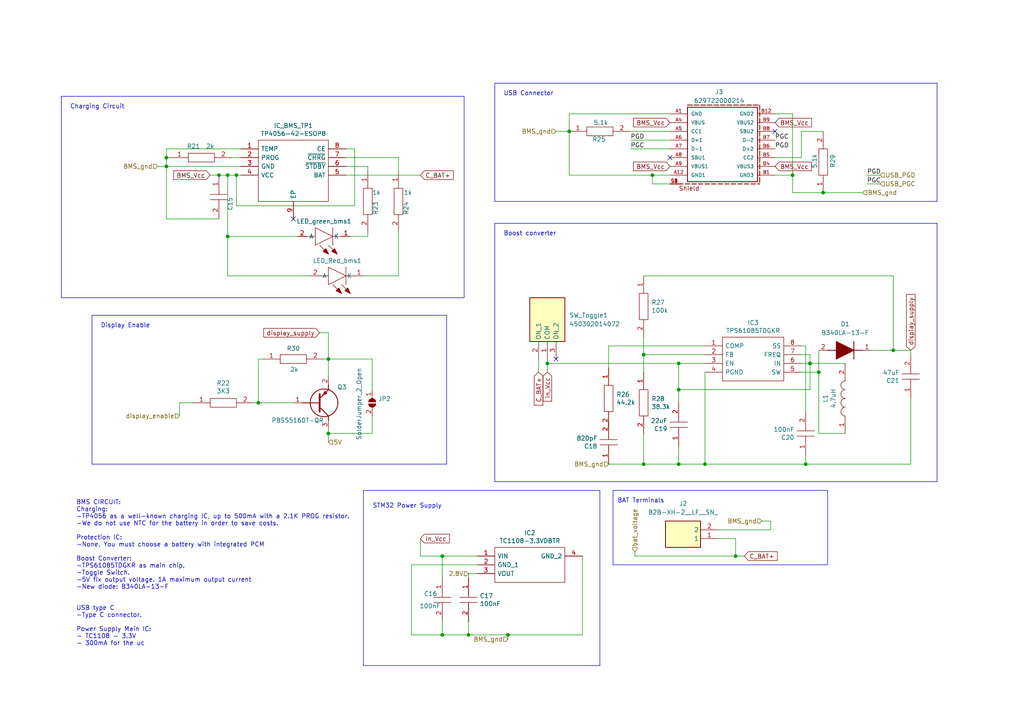
<source format=kicad_sch>
(kicad_sch (version 20231120) (generator "eeschema") (generator_version "8.0")
  (paper "A4")
  (title_block (title "BMS") (date "2024-09-17") (rev "V0.1") (company "Making Devices") (comment 1 "Rubén G.S."))
  (lib_symbols
    (symbol "Jumper:SolderJumper_2_Open" (pin_names (offset 0) hide)
      (property "Reference" "JP" (at 0 2.032 0))
      (property "Value" "SolderJumper_2_Open" (at 0 -2.54 0))
      (symbol "SolderJumper_2_Open_0_1"
        (arc (start -0.254 1.016) (mid -1.2656 0) (end -0.254 -1.016))
        (arc (start -0.254 1.016) (mid -1.2656 0) (end -0.254 -1.016) (fill (type outline)))
        (polyline (pts (xy -0.254 1.016) (xy -0.254 -1.016)))
        (polyline (pts (xy 0.254 1.016) (xy 0.254 -1.016)))
        (arc (start 0.254 -1.016) (mid 1.2656 0) (end 0.254 1.016))
        (arc (start 0.254 -1.016) (mid 1.2656 0) (end 0.254 1.016) (fill (type outline)))
      )
      (symbol "SolderJumper_2_Open_1_1"
        (pin passive line (at -3.81 0 0) (length 2.54) (name "A") (number "1"))
        (pin passive line (at 3.81 0 180) (length 2.54) (name "B") (number "2"))
      )
    )
    (symbol "Library_Loader:C0805C475M8RACTU" (pin_names (offset 0.762))
      (property "Reference" "C" (at 8.89 6.35 0))
      (property "Value" "C0805C475M8RACTU" (at 8.89 3.81 0))
      (symbol "C0805C475M8RACTU_0_0"
        (pin passive line (at 0 0 0) (length 5.08) (name "~") (number "1"))
        (pin passive line (at 12.7 0 180) (length 5.08) (name "~") (number "2"))
      )
      (symbol "C0805C475M8RACTU_0_1"
        (polyline (pts (xy 5.08 0) (xy 5.588 0)) (stroke (width 0.1524)))
        (polyline (pts (xy 5.588 2.54) (xy 5.588 -2.54)) (stroke (width 0.1524)))
        (polyline (pts (xy 7.112 0) (xy 7.62 0)) (stroke (width 0.1524)))
        (polyline (pts (xy 7.112 2.54) (xy 7.112 -2.54)) (stroke (width 0.1524)))
      )
    )
    (symbol "Library_Loader:ERJP6WF1303V" (pin_names (offset 0.762))
      (property "Reference" "R" (at 13.97 6.35 0))
      (property "Value" "ERJP6WF1303V" (at 13.97 3.81 0))
      (symbol "ERJP6WF1303V_0_0"
        (pin passive line (at 0 0 0) (length 5.08) (name "~") (number "1"))
        (pin passive line (at 17.78 0 180) (length 5.08) (name "~") (number "2"))
      )
      (symbol "ERJP6WF1303V_0_1"
        (polyline (pts (xy 5.08 1.27) (xy 12.7 1.27) (xy 12.7 -1.27) (xy 5.08 -1.27) (xy 5.08 1.27)) (stroke (width 0.1524)))
      )
    )
    (symbol "Library_Loader:SRN6045-4R7Y" (pin_names (offset 0.762))
      (property "Reference" "L" (at 16.51 6.35 0))
      (property "Value" "SRN6045-4R7Y" (at 16.51 3.81 0))
      (symbol "SRN6045-4R7Y_0_0"
        (pin passive line (at 0 0 0) (length 5.08) (name "~") (number "1"))
        (pin passive line (at 20.32 0 180) (length 5.08) (name "~") (number "2"))
      )
      (symbol "SRN6045-4R7Y_0_1"
        (arc (start 7.62 0) (mid 6.35 1.2202) (end 5.08 0) (stroke (width 0.1524)))
        (arc (start 10.16 0) (mid 8.89 1.2202) (end 7.62 0) (stroke (width 0.1524)))
        (arc (start 12.7 0) (mid 11.43 1.2202) (end 10.16 0) (stroke (width 0.1524)))
        (arc (start 15.24 0) (mid 13.97 1.2202) (end 12.7 0) (stroke (width 0.1524)))
      )
    )
    (symbol "Library_Loader:TC1108-3.3VDBTR" (pin_names (offset 0.762))
      (property "Reference" "IC" (at 26.67 7.62 0))
      (property "Value" "Library_Loader_TC1108-3.3VDBTR" (at 26.67 5.08 0))
      (symbol "TC1108-3.3VDBTR_0_0"
        (pin passive line (at 0 0 0) (length 5.08) (name "VIN") (number "1"))
        (pin passive line (at 0 -2.54 0) (length 5.08) (name "GND_1") (number "2"))
        (pin passive line (at 0 -5.08 0) (length 5.08) (name "VOUT") (number "3"))
        (pin passive line (at 30.48 0 180) (length 5.08) (name "GND_2") (number "4"))
      )
      (symbol "TC1108-3.3VDBTR_0_1"
        (polyline (pts (xy 5.08 2.54) (xy 25.4 2.54) (xy 25.4 -7.62) (xy 5.08 -7.62) (xy 5.08 2.54)) (stroke (width 0.1524)))
      )
    )
    (symbol "Library_Loader:TPS61085TDGKR" (pin_names (offset 0.762))
      (property "Reference" "IC" (at 24.13 7.62 0))
      (property "Value" "TPS61085TDGKR" (at 24.13 5.08 0))
      (symbol "TPS61085TDGKR_0_0"
        (pin passive line (at 0 0 0) (length 5.08) (name "COMP") (number "1"))
        (pin passive line (at 0 -2.54 0) (length 5.08) (name "FB") (number "2"))
        (pin passive line (at 0 -5.08 0) (length 5.08) (name "EN") (number "3"))
        (pin passive line (at 0 -7.62 0) (length 5.08) (name "PGND") (number "4"))
        (pin passive line (at 27.94 -7.62 180) (length 5.08) (name "SW") (number "5"))
        (pin passive line (at 27.94 -5.08 180) (length 5.08) (name "IN") (number "6"))
        (pin passive line (at 27.94 -2.54 180) (length 5.08) (name "FREQ") (number "7"))
        (pin passive line (at 27.94 0 180) (length 5.08) (name "SS") (number "8"))
      )
      (symbol "TPS61085TDGKR_0_1"
        (polyline (pts (xy 5.08 2.54) (xy 22.86 2.54) (xy 22.86 -10.16) (xy 5.08 -10.16) (xy 5.08 2.54)) (stroke (width 0.1524)))
      )
    )
    (symbol "PicBytesMicro-rescue:GCG21BR71H154KA01K-SamacSys_Parts" (pin_names (offset 0.762))
      (property "Reference" "C" (at 8.89 6.35 0))
      (property "Value" "GCG21BR71H154KA01K-SamacSys_Parts" (at 8.89 3.81 0))
      (symbol "GCG21BR71H154KA01K-SamacSys_Parts_0_0"
        (pin passive line (at 0 0 0) (length 5.08) (name "~") (number "1"))
        (pin passive line (at 12.7 0 180) (length 5.08) (name "~") (number "2"))
      )
      (symbol "GCG21BR71H154KA01K-SamacSys_Parts_0_1"
        (polyline (pts (xy 5.08 0) (xy 5.588 0)) (stroke (width 0.1524)))
        (polyline (pts (xy 5.588 2.54) (xy 5.588 -2.54)) (stroke (width 0.1524)))
        (polyline (pts (xy 7.112 0) (xy 7.62 0)) (stroke (width 0.1524)))
        (polyline (pts (xy 7.112 2.54) (xy 7.112 -2.54)) (stroke (width 0.1524)))
      )
    )
    (symbol "PicBytesMicro-rescue:KTR10EZPF4220-SamacSys_Parts" (pin_names (offset 0.762))
      (property "Reference" "R" (at 13.97 6.35 0))
      (property "Value" "KTR10EZPF4220-SamacSys_Parts" (at 13.97 3.81 0))
      (symbol "KTR10EZPF4220-SamacSys_Parts_0_0"
        (pin passive line (at 0 0 0) (length 5.08) (name "~") (number "1"))
        (pin passive line (at 17.78 0 180) (length 5.08) (name "~") (number "2"))
      )
      (symbol "KTR10EZPF4220-SamacSys_Parts_0_1"
        (polyline (pts (xy 5.08 1.27) (xy 12.7 1.27) (xy 12.7 -1.27) (xy 5.08 -1.27) (xy 5.08 1.27)) (stroke (width 0.1524)))
      )
    )
    (symbol "PicBytesMicro-rescue:LTST-C171GKT-SamacSys_Parts" (pin_names (offset 0.762))
      (property "Reference" "LED" (at 12.7 8.89 0))
      (property "Value" "LTST-C171GKT-SamacSys_Parts" (at 12.7 6.35 0))
      (symbol "LTST-C171GKT-SamacSys_Parts_0_0"
        (pin passive line (at 0 0 0) (length 2.54) (name "K") (number "1"))
        (pin passive line (at 15.24 0 180) (length 2.54) (name "A") (number "2"))
      )
      (symbol "LTST-C171GKT-SamacSys_Parts_0_1"
        (polyline (pts (xy 2.54 0) (xy 5.08 0)) (stroke (width 0.1524)))
        (polyline (pts (xy 5.08 2.54) (xy 5.08 -2.54)) (stroke (width 0.1524)))
        (polyline (pts (xy 6.35 2.54) (xy 3.81 5.08)) (stroke (width 0.1524)))
        (polyline (pts (xy 8.89 2.54) (xy 6.35 5.08)) (stroke (width 0.1524)))
        (polyline (pts (xy 10.16 0) (xy 12.7 0)) (stroke (width 0.1524)))
        (polyline (pts (xy 5.08 0) (xy 10.16 2.54) (xy 10.16 -2.54) (xy 5.08 0)) (stroke (width 0.1524)))
        (polyline (pts (xy 5.334 4.318) (xy 4.572 3.556) (xy 3.81 5.08) (xy 5.334 4.318)) (stroke (width 0.254)) (fill (type outline)))
        (polyline (pts (xy 7.874 4.318) (xy 7.112 3.556) (xy 6.35 5.08) (xy 7.874 4.318)) (stroke (width 0.254)) (fill (type outline)))
      )
    )
    (symbol "PicBytesMicro-rescue:TP4056-42-ESOP8-SamacSys_Parts" (pin_names (offset 0.762))
      (property "Reference" "IC" (at 26.67 7.62 0))
      (property "Value" "TP4056-42-ESOP8-SamacSys_Parts" (at 26.67 5.08 0))
      (symbol "TP4056-42-ESOP8-SamacSys_Parts_0_0"
        (pin passive line (at 0 0 0) (length 5.08) (name "TEMP") (number "1"))
        (pin passive line (at 0 -2.54 0) (length 5.08) (name "PROG") (number "2"))
        (pin passive line (at 0 -5.08 0) (length 5.08) (name "GND") (number "3"))
        (pin passive line (at 0 -7.62 0) (length 5.08) (name "VCC") (number "4"))
        (pin passive line (at 30.48 -7.62 180) (length 5.08) (name "BAT") (number "5"))
        (pin passive line (at 30.48 -5.08 180) (length 5.08) (name "~{STDBY}") (number "6"))
        (pin passive line (at 30.48 -2.54 180) (length 5.08) (name "~{CHRG}") (number "7"))
        (pin passive line (at 30.48 0 180) (length 5.08) (name "CE") (number "8"))
        (pin passive line (at 15.24 -20.32 90) (length 5.08) (name "EP") (number "9"))
      )
      (symbol "TP4056-42-ESOP8-SamacSys_Parts_0_1"
        (polyline (pts (xy 5.08 2.54) (xy 25.4 2.54) (xy 25.4 -15.24) (xy 5.08 -15.24) (xy 5.08 2.54)) (stroke (width 0.1524)))
      )
    )
    (symbol "User:450302014072"
      (property "Reference" "S" (at 19.05 7.62 0))
      (property "Value" "450302014072" (at 19.05 5.08 0))
      (symbol "450302014072_1_1"
        (rectangle (start 5.08 2.54) (end 17.78 -7.62) (stroke (width 0.254)) (fill (type background)))
        (pin passive line (at 0 -2.54 0) (length 5.08) (name "COM") (number "1"))
        (pin passive line (at 0 0 0) (length 5.08) (name "ON_1") (number "2"))
        (pin passive line (at 0 -5.08 0) (length 5.08) (name "ON_2") (number "3"))
      )
    )
    (symbol "User:B2B-XH-2__LF__SN_"
      (property "Reference" "J" (at 16.51 7.62 0))
      (property "Value" "B2B-XH-2__LF__SN_" (at 16.51 5.08 0))
      (symbol "B2B-XH-2__LF__SN__1_1"
        (rectangle (start 5.08 2.54) (end 15.24 -5.08) (stroke (width 0.254)) (fill (type background)))
        (pin passive line (at 0 0 0) (length 5.08) (name "1") (number "1"))
        (pin passive line (at 0 -2.54 0) (length 5.08) (name "2") (number "2"))
      )
    )
    (symbol "User:B340LA-13-F" (pin_names hide)
      (property "Reference" "D" (at 11.43 5.08 0))
      (property "Value" "B340LA-13-F" (at 11.43 2.54 0))
      (symbol "B340LA-13-F_1_1"
        (polyline (pts (xy 2.54 0) (xy 5.08 0)) (stroke (width 0.254)))
        (polyline (pts (xy 5.08 2.54) (xy 5.08 -2.54)) (stroke (width 0.254)))
        (polyline (pts (xy 10.16 0) (xy 12.7 0)) (stroke (width 0.254)))
        (polyline (pts (xy 5.08 0) (xy 10.16 2.54) (xy 10.16 -2.54) (xy 5.08 0)) (stroke (width 0.254)) (fill (type outline)))
        (pin passive line (at 0 0 0) (length 2.54) (name "K") (number "1"))
        (pin passive line (at 15.24 0 180) (length 2.54) (name "A") (number "2"))
      )
    )
    (symbol "User:PBSS5160T-QR" (pin_names hide)
      (property "Reference" "Q" (at 13.97 1.27 0))
      (property "Value" "PBSS5160T-QR" (at 13.97 -1.27 0))
      (symbol "PBSS5160T-QR_1_1"
        (polyline (pts (xy 2.54 0) (xy 7.62 0)) (stroke (width 0.254)))
        (polyline (pts (xy 7.62 -1.27) (xy 10.16 -3.81)) (stroke (width 0.254)))
        (polyline (pts (xy 7.62 1.27) (xy 10.16 3.81)) (stroke (width 0.254)))
        (polyline (pts (xy 7.62 2.54) (xy 7.62 -2.54)) (stroke (width 0.508)))
        (polyline (pts (xy 10.16 -3.81) (xy 10.16 -5.08)) (stroke (width 0.254)))
        (polyline (pts (xy 10.16 3.81) (xy 10.16 5.08)) (stroke (width 0.254)))
        (polyline (pts (xy 9.652 -2.794) (xy 9.144 -3.302) (xy 8.636 -2.286) (xy 9.652 -2.794)) (stroke (width 0.254)) (fill (type outline)))
        (circle (center 8.89 0) (radius 4.016) (stroke (width 0.254)))
        (pin passive line (at 0 0 0) (length 2.54) (name "B") (number "1"))
        (pin passive line (at 10.16 -7.62 90) (length 2.54) (name "E") (number "2"))
        (pin passive line (at 10.16 7.62 270) (length 2.54) (name "C") (number "3"))
      )
    )
    (symbol "usb-type-C:629722000214" (pin_names (offset 1.016))
      (property "Reference" "J" (at 0 11.43 0))
      (symbol "629722000214_0_0"
        (polyline (pts (xy -12.7 -12.7) (xy -11.3771 -12.7)) (stroke (width 0.254)))
        (polyline (pts (xy -10.795 -12.7) (xy -9.4721 -12.7)) (stroke (width 0.254)))
        (polyline (pts (xy -10.16 -12.065) (xy -10.16 9.525)) (stroke (width 0.254)))
        (polyline (pts (xy -10.16 9.525) (xy 10.16 9.525)) (stroke (width 0.254)))
        (polyline (pts (xy -10.16 10.16) (xy -8.6995 10.16)) (stroke (width 0.254)))
        (polyline (pts (xy -8.89 -12.7) (xy -7.5671 -12.7)) (stroke (width 0.254)))
        (polyline (pts (xy -8.255 10.16) (xy -6.7945 10.16)) (stroke (width 0.254)))
        (polyline (pts (xy -6.985 -12.7) (xy -5.6621 -12.7)) (stroke (width 0.254)))
        (polyline (pts (xy -6.35 10.16) (xy -4.8895 10.16)) (stroke (width 0.254)))
        (polyline (pts (xy -5.08 -12.7) (xy -3.7571 -12.7)) (stroke (width 0.254)))
        (polyline (pts (xy -4.445 10.16) (xy -2.9845 10.16)) (stroke (width 0.254)))
        (polyline (pts (xy -3.175 -12.7) (xy -1.8521 -12.7)) (stroke (width 0.254)))
        (polyline (pts (xy -2.54 10.16) (xy -1.0795 10.16)) (stroke (width 0.254)))
        (polyline (pts (xy -1.27 -12.7) (xy 0.0529 -12.7)) (stroke (width 0.254)))
        (polyline (pts (xy -0.635 10.16) (xy 0.8255 10.16)) (stroke (width 0.254)))
        (polyline (pts (xy 0.635 -12.7) (xy 1.9579 -12.7)) (stroke (width 0.254)))
        (polyline (pts (xy 1.27 10.16) (xy 2.7305 10.16)) (stroke (width 0.254)))
        (polyline (pts (xy 2.54 -12.7) (xy 3.8629 -12.7)) (stroke (width 0.254)))
        (polyline (pts (xy 3.175 10.16) (xy 4.6355 10.16)) (stroke (width 0.254)))
        (polyline (pts (xy 4.445 -12.7) (xy 5.7679 -12.7)) (stroke (width 0.254)))
        (polyline (pts (xy 5.08 10.16) (xy 6.5405 10.16)) (stroke (width 0.254)))
        (polyline (pts (xy 6.35 -12.7) (xy 7.6729 -12.7)) (stroke (width 0.254)))
        (polyline (pts (xy 6.985 10.16) (xy 8.4455 10.16)) (stroke (width 0.254)))
        (polyline (pts (xy 8.255 -12.7) (xy 9.5779 -12.7)) (stroke (width 0.254)))
        (polyline (pts (xy 8.89 10.16) (xy 10.3505 10.16)) (stroke (width 0.254)))
        (polyline (pts (xy 10.16 -12.7) (xy 10.795 -12.7)) (stroke (width 0.254)))
        (polyline (pts (xy 10.16 -12.065) (xy -10.16 -12.065)) (stroke (width 0.254)))
        (polyline (pts (xy 10.16 9.525) (xy 10.16 -12.065)) (stroke (width 0.254)))
        (polyline (pts (xy 10.795 -10.795) (xy 10.795 -12.2382)) (stroke (width 0.254)))
        (polyline (pts (xy 10.795 -8.89) (xy 10.795 -10.3332)) (stroke (width 0.254)))
        (polyline (pts (xy 10.795 -6.985) (xy 10.795 -8.4282)) (stroke (width 0.254)))
        (polyline (pts (xy 10.795 -5.08) (xy 10.795 -6.5232)) (stroke (width 0.254)))
        (polyline (pts (xy 10.795 -3.175) (xy 10.795 -4.6182)) (stroke (width 0.254)))
        (polyline (pts (xy 10.795 -1.27) (xy 10.795 -2.7132)) (stroke (width 0.254)))
        (polyline (pts (xy 10.795 0.635) (xy 10.795 -0.8082)) (stroke (width 0.254)))
        (polyline (pts (xy 10.795 2.54) (xy 10.795 1.0968)) (stroke (width 0.254)))
        (polyline (pts (xy 10.795 4.445) (xy 10.795 3.0018)) (stroke (width 0.254)))
        (polyline (pts (xy 10.795 6.35) (xy 10.795 4.9068)) (stroke (width 0.254)))
        (polyline (pts (xy 10.795 8.255) (xy 10.795 6.8118)) (stroke (width 0.254)))
        (polyline (pts (xy 10.795 10.16) (xy 10.795 8.7168)) (stroke (width 0.254)))
        (text "Shield" (at -12.7 -14.732 0) (effects (font (size 1.27 1.27)) (justify left bottom)))
        (pin passive line (at -15.24 7.62 0) (length 5.08) (name "GND") (number "A1"))
        (pin passive line (at -15.24 -10.16 0) (length 5.08) (name "GND1") (number "A12"))
        (pin passive line (at -15.24 5.08 0) (length 5.08) (name "VBUS") (number "A4"))
        (pin passive line (at -15.24 2.54 0) (length 5.08) (name "CC1") (number "A5"))
        (pin passive line (at -15.24 0 0) (length 5.08) (name "D+1") (number "A6"))
        (pin passive line (at -15.24 -2.54 0) (length 5.08) (name "D-1") (number "A7"))
        (pin passive line (at -15.24 -5.08 0) (length 5.08) (name "SBU1") (number "A8"))
        (pin passive line (at -15.24 -7.62 0) (length 5.08) (name "VBUS1") (number "A9"))
        (pin passive line (at 15.24 -10.16 180) (length 5.08) (name "GND3") (number "B1"))
        (pin passive line (at 15.24 7.62 180) (length 5.08) (name "GND2") (number "B12"))
        (pin passive line (at 15.24 -7.62 180) (length 5.08) (name "VBUS3") (number "B4"))
        (pin passive line (at 15.24 -5.08 180) (length 5.08) (name "CC2") (number "B5"))
        (pin passive line (at 15.24 -2.54 180) (length 5.08) (name "D+2") (number "B6"))
        (pin passive line (at 15.24 0 180) (length 5.08) (name "D-2") (number "B7"))
        (pin passive line (at 15.24 2.54 180) (length 5.08) (name "SBU2") (number "B8"))
        (pin passive line (at 15.24 5.08 180) (length 5.08) (name "VBUS2") (number "B9"))
        (pin passive line (at -15.24 -12.7 0) (length 2.54) (name "~") (number "S1"))
        (pin passive line (at -15.24 -12.7 0) (length 2.54) (name "~") (number "S2"))
        (pin passive line (at -15.24 -12.7 0) (length 2.54) (name "~") (number "S3"))
        (pin passive line (at -15.24 -12.7 0) (length 2.54) (name "~") (number "S4"))
      )
    )
  )
  (junction (at 165.1 38.1))
  (junction (at 66.04 50.8))
  (junction (at 196.85 134.62))
  (junction (at 233.68 134.62))
  (junction (at 204.47 134.62))
  (junction (at 186.69 102.87))
  (junction (at 196.85 113.03))
  (junction (at 158.75 105.41))
  (junction (at 48.26 45.72))
  (junction (at 135.89 184.15))
  (junction (at 147.32 184.15))
  (junction (at 238.76 55.88))
  (junction (at 234.95 105.41))
  (junction (at 95.25 125.73))
  (junction (at 186.69 134.62))
  (junction (at 237.49 107.95))
  (junction (at 196.85 105.41))
  (junction (at 95.25 104.14))
  (junction (at 213.36 161.29))
  (junction (at 128.27 184.15))
  (junction (at 48.26 48.26))
  (junction (at 63.5 50.8))
  (junction (at 229.87 50.8))
  (junction (at 128.27 161.29))
  (junction (at 68.58 50.8))
  (junction (at 66.04 68.58))
  (junction (at 259.08 101.6))
  (junction (at 74.93 116.84))
  (junction (at 189.23 50.8))
  (no_connect (at 161.29 104.14))
  (no_connect (at 194.31 45.72))
  (no_connect (at 224.79 38.1))
  (no_connect (at 85.09 63.5))
  (wire (pts (xy 196.85 113.03) (xy 196.85 105.41)))
  (wire (pts (xy 196.85 116.84) (xy 196.85 113.03)))
  (wire (pts (xy 189.23 50.8) (xy 194.31 50.8)))
  (wire (pts (xy 196.85 129.54) (xy 196.85 134.62)))
  (wire (pts (xy 186.69 80.01) (xy 259.08 80.01)))
  (wire (pts (xy 259.08 101.6) (xy 252.73 101.6)))
  (wire (pts (xy 194.31 53.34) (xy 189.23 53.34)))
  (wire (pts (xy 52.07 116.84) (xy 55.88 116.84)))
  (polyline (pts (xy 143.51 64.77) (xy 143.51 139.7)))
  (wire (pts (xy 86.36 68.58) (xy 66.04 68.58)))
  (wire (pts (xy 48.26 48.26) (xy 45.72 48.26)))
  (wire (pts (xy 186.69 134.62) (xy 196.85 134.62)))
  (wire (pts (xy 229.87 55.88) (xy 229.87 50.8)))
  (wire (pts (xy 196.85 113.03) (xy 234.95 113.03)))
  (wire (pts (xy 76.2 104.14) (xy 74.93 104.14)))
  (wire (pts (xy 233.68 134.62) (xy 264.16 134.62)))
  (wire (pts (xy 189.23 50.8) (xy 165.1 50.8)))
  (wire (pts (xy 232.41 38.1) (xy 238.76 38.1)))
  (wire (pts (xy 224.79 45.72) (xy 232.41 45.72)))
  (wire (pts (xy 176.53 134.62) (xy 186.69 134.62)))
  (polyline (pts (xy 177.8 163.83) (xy 240.03 163.83)))
  (polyline (pts (xy 271.78 139.7) (xy 271.78 64.77)))
  (wire (pts (xy 135.89 184.15) (xy 135.89 180.34)))
  (wire (pts (xy 115.57 80.01) (xy 105.41 80.01)))
  (wire (pts (xy 107.95 113.03) (xy 107.95 104.14)))
  (wire (pts (xy 158.75 105.41) (xy 196.85 105.41)))
  (wire (pts (xy 234.95 105.41) (xy 234.95 113.03)))
  (wire (pts (xy 69.85 43.18) (xy 48.26 43.18)))
  (wire (pts (xy 229.87 55.88) (xy 238.76 55.88)))
  (polyline (pts (xy 173.99 142.24) (xy 173.99 193.04)))
  (wire (pts (xy 158.75 105.41) (xy 158.75 104.14)))
  (wire (pts (xy 95.25 96.52) (xy 92.71 96.52)))
  (wire (pts (xy 135.89 184.15) (xy 147.32 184.15)))
  (wire (pts (xy 95.25 125.73) (xy 95.25 128.27)))
  (wire (pts (xy 100.33 45.72) (xy 115.57 45.72)))
  (polyline (pts (xy 17.78 86.36) (xy 134.62 86.36)))
  (wire (pts (xy 165.1 50.8) (xy 165.1 38.1)))
  (polyline (pts (xy 143.51 139.7) (xy 271.78 139.7)))
  (polyline (pts (xy 271.78 24.13) (xy 271.78 58.42)))
  (wire (pts (xy 233.68 100.33) (xy 232.41 100.33)))
  (wire (pts (xy 233.68 119.38) (xy 233.68 100.33)))
  (wire (pts (xy 115.57 45.72) (xy 115.57 49.53)))
  (wire (pts (xy 121.92 156.21) (xy 121.92 161.29)))
  (polyline (pts (xy 129.54 134.62) (xy 26.67 134.62)))
  (wire (pts (xy 85.09 116.84) (xy 74.93 116.84)))
  (wire (pts (xy 168.91 184.15) (xy 168.91 161.29)))
  (wire (pts (xy 128.27 161.29) (xy 121.92 161.29)))
  (wire (pts (xy 186.69 107.95) (xy 186.69 102.87)))
  (wire (pts (xy 138.43 163.83) (xy 119.38 163.83)))
  (wire (pts (xy 69.85 48.26) (xy 48.26 48.26)))
  (wire (pts (xy 196.85 134.62) (xy 204.47 134.62)))
  (wire (pts (xy 107.95 125.73) (xy 95.25 125.73)))
  (polyline (pts (xy 240.03 142.24) (xy 177.8 142.24)))
  (wire (pts (xy 251.46 53.34) (xy 255.27 53.34)))
  (wire (pts (xy 204.47 134.62) (xy 233.68 134.62)))
  (wire (pts (xy 204.47 102.87) (xy 186.69 102.87)))
  (wire (pts (xy 115.57 67.31) (xy 115.57 80.01)))
  (wire (pts (xy 213.36 161.29) (xy 215.9 161.29)))
  (wire (pts (xy 101.6 68.58) (xy 106.68 68.58)))
  (wire (pts (xy 138.43 166.37) (xy 135.89 166.37)))
  (wire (pts (xy 223.52 153.67) (xy 223.52 151.13)))
  (wire (pts (xy 119.38 163.83) (xy 119.38 184.15)))
  (wire (pts (xy 165.1 33.02) (xy 165.1 38.1)))
  (polyline (pts (xy 271.78 58.42) (xy 143.51 58.42)))
  (wire (pts (xy 119.38 184.15) (xy 128.27 184.15)))
  (wire (pts (xy 128.27 184.15) (xy 135.89 184.15)))
  (wire (pts (xy 176.53 100.33) (xy 176.53 106.68)))
  (wire (pts (xy 128.27 161.29) (xy 128.27 167.64)))
  (wire (pts (xy 182.88 43.18) (xy 194.31 43.18)))
  (wire (pts (xy 106.68 49.53) (xy 106.68 48.26)))
  (wire (pts (xy 251.46 50.8) (xy 255.27 50.8)))
  (wire (pts (xy 95.25 104.14) (xy 95.25 109.22)))
  (wire (pts (xy 63.5 50.8) (xy 60.96 50.8)))
  (wire (pts (xy 106.68 48.26) (xy 100.33 48.26)))
  (wire (pts (xy 176.53 121.92) (xy 176.53 124.46)))
  (wire (pts (xy 66.04 68.58) (xy 66.04 80.01)))
  (wire (pts (xy 165.1 33.02) (xy 194.31 33.02)))
  (polyline (pts (xy 17.78 27.94) (xy 17.78 86.36)))
  (wire (pts (xy 184.15 161.29) (xy 184.15 160.02)))
  (wire (pts (xy 147.32 185.42) (xy 147.32 184.15)))
  (wire (pts (xy 204.47 107.95) (xy 204.47 134.62)))
  (wire (pts (xy 95.25 124.46) (xy 95.25 125.73)))
  (wire (pts (xy 52.07 116.84) (xy 52.07 120.65)))
  (wire (pts (xy 204.47 100.33) (xy 176.53 100.33)))
  (wire (pts (xy 259.08 80.01) (xy 259.08 101.6)))
  (wire (pts (xy 69.85 50.8) (xy 68.58 50.8)))
  (wire (pts (xy 138.43 161.29) (xy 128.27 161.29)))
  (wire (pts (xy 128.27 180.34) (xy 128.27 184.15)))
  (wire (pts (xy 49.53 45.72) (xy 48.26 45.72)))
  (wire (pts (xy 68.58 59.69) (xy 68.58 50.8)))
  (polyline (pts (xy 129.54 91.44) (xy 129.54 134.62)))
  (wire (pts (xy 186.69 97.79) (xy 186.69 102.87)))
  (polyline (pts (xy 26.67 91.44) (xy 129.54 91.44)))
  (wire (pts (xy 48.26 63.5) (xy 48.26 48.26)))
  (wire (pts (xy 135.89 166.37) (xy 135.89 167.64)))
  (polyline (pts (xy 134.62 27.94) (xy 134.62 86.36)))
  (wire (pts (xy 264.16 102.87) (xy 264.16 101.6)))
  (wire (pts (xy 234.95 105.41) (xy 232.41 105.41)))
  (wire (pts (xy 161.29 38.1) (xy 165.1 38.1)))
  (wire (pts (xy 63.5 63.5) (xy 48.26 63.5)))
  (polyline (pts (xy 240.03 163.83) (xy 240.03 142.24)))
  (wire (pts (xy 182.88 38.1) (xy 194.31 38.1)))
  (wire (pts (xy 237.49 107.95) (xy 237.49 101.6)))
  (wire (pts (xy 234.95 102.87) (xy 234.95 105.41)))
  (wire (pts (xy 102.87 59.69) (xy 68.58 59.69)))
  (wire (pts (xy 232.41 107.95) (xy 237.49 107.95)))
  (polyline (pts (xy 105.41 193.04) (xy 173.99 193.04)))
  (wire (pts (xy 196.85 105.41) (xy 204.47 105.41)))
  (wire (pts (xy 213.36 156.21) (xy 213.36 161.29)))
  (wire (pts (xy 66.04 50.8) (xy 63.5 50.8)))
  (polyline (pts (xy 271.78 64.77) (xy 143.51 64.77)))
  (polyline (pts (xy 143.51 24.13) (xy 271.78 24.13)))
  (polyline (pts (xy 173.99 142.24) (xy 105.41 142.24)))
  (wire (pts (xy 74.93 104.14) (xy 74.93 116.84)))
  (wire (pts (xy 107.95 120.65) (xy 107.95 125.73)))
  (wire (pts (xy 264.16 115.57) (xy 264.16 134.62)))
  (wire (pts (xy 208.28 156.21) (xy 213.36 156.21)))
  (wire (pts (xy 95.25 96.52) (xy 95.25 104.14)))
  (wire (pts (xy 237.49 107.95) (xy 237.49 125.73)))
  (wire (pts (xy 220.98 151.13) (xy 223.52 151.13)))
  (wire (pts (xy 66.04 68.58) (xy 66.04 50.8)))
  (polyline (pts (xy 134.62 27.94) (xy 17.78 27.94)))
  (wire (pts (xy 233.68 132.08) (xy 233.68 134.62)))
  (wire (pts (xy 107.95 104.14) (xy 95.25 104.14)))
  (wire (pts (xy 102.87 43.18) (xy 102.87 59.69)))
  (wire (pts (xy 182.88 40.64) (xy 194.31 40.64)))
  (wire (pts (xy 68.58 50.8) (xy 66.04 50.8)))
  (wire (pts (xy 229.87 33.02) (xy 229.87 50.8)))
  (polyline (pts (xy 143.51 58.42) (xy 143.51 24.13)))
  (wire (pts (xy 238.76 55.88) (xy 250.19 55.88)))
  (wire (pts (xy 48.26 43.18) (xy 48.26 45.72)))
  (wire (pts (xy 232.41 102.87) (xy 234.95 102.87)))
  (polyline (pts (xy 26.67 134.62) (xy 26.67 91.44)))
  (wire (pts (xy 67.31 45.72) (xy 69.85 45.72)))
  (wire (pts (xy 158.75 105.41) (xy 158.75 107.95)))
  (wire (pts (xy 264.16 101.6) (xy 259.08 101.6)))
  (wire (pts (xy 224.79 33.02) (xy 229.87 33.02)))
  (wire (pts (xy 232.41 45.72) (xy 232.41 38.1)))
  (wire (pts (xy 237.49 125.73) (xy 245.11 125.73)))
  (wire (pts (xy 95.25 104.14) (xy 93.98 104.14)))
  (polyline (pts (xy 177.8 142.24) (xy 177.8 163.83)))
  (wire (pts (xy 245.11 105.41) (xy 234.95 105.41)))
  (wire (pts (xy 100.33 43.18) (xy 102.87 43.18)))
  (wire (pts (xy 186.69 125.73) (xy 186.69 134.62)))
  (wire (pts (xy 74.93 116.84) (xy 73.66 116.84)))
  (wire (pts (xy 229.87 50.8) (xy 224.79 50.8)))
  (wire (pts (xy 156.21 104.14) (xy 156.21 107.95)))
  (wire (pts (xy 48.26 45.72) (xy 48.26 48.26)))
  (wire (pts (xy 106.68 68.58) (xy 106.68 67.31)))
  (polyline (pts (xy 105.41 142.24) (xy 105.41 193.04)))
  (wire (pts (xy 184.15 161.29) (xy 213.36 161.29)))
  (wire (pts (xy 189.23 53.34) (xy 189.23 50.8)))
  (wire (pts (xy 90.17 80.01) (xy 66.04 80.01)))
  (wire (pts (xy 147.32 184.15) (xy 168.91 184.15)))
  (wire (pts (xy 208.28 153.67) (xy 223.52 153.67)))
  (wire (pts (xy 100.33 50.8) (xy 121.92 50.8)))
  (text "Boost converter" (at 146.05 68.58 0) (effects (font (size 1.27 1.27)) (justify left bottom)))
  (text "BMS CIRCUIT:\nCharging:\n-TP4056 as a well-known charging IC, up to 500mA with a 2.1K PROG resistor.\n-We do not use NTC for the battery in order to save costs.\n\nProtection IC:\n-None. You must choose a battery with integrated PCM\n\nBoost Converter:\n-TPS61085TDGKR as main chip. \n-Toggle Switch.\n-5V fix output voltage. 1A maximum output current \n-New diode: B340LA-13-F\n\n\nUSB type C \n-Type C connector.\n\nPower Supply Main IC:\n- TC1108 - 3.3V\n- 300mA for the uc\n" (at 22.098 187.452 0) (effects (font (size 1.27 1.27)) (justify left bottom)))
  (text "Display Enable" (at 29.21 95.25 0) (effects (font (size 1.27 1.27)) (justify left bottom)))
  (text "USB Connector\n" (at 146.05 27.94 0) (effects (font (size 1.27 1.27)) (justify left bottom)))
  (text "STM32 Power Supply" (at 118.11 146.812 0) (effects (font (size 1.27 1.27))))
  (text "BAT Terminals" (at 179.07 146.05 0) (effects (font (size 1.27 1.27)) (justify left bottom)))
  (text "Charging Circuit" (at 20.32 31.75 0) (effects (font (size 1.27 1.27)) (justify left bottom)))
  (label "PGD" (at 251.46 50.8 0))
  (label "PGD" (at 224.79 43.18 0))
  (label "PGC" (at 251.46 53.34 0))
  (label "PGD" (at 182.88 40.64 0))
  (label "PGC" (at 182.88 43.18 0))
  (label "PGC" (at 224.79 40.64 0))
  (global_label "BMS_Vcc" (shape input) (at 194.31 35.56 180) (property "Intersheetrefs" "${INTERSHEET_REFS}" (effects (hide yes))))
  (global_label "In_Vcc" (shape input) (at 158.75 107.95 270) (property "Intersheetrefs" "${INTERSHEET_REFS}" (effects (hide yes))))
  (global_label "In_Vcc" (shape input) (at 121.92 156.21 0) (property "Intersheetrefs" "${INTERSHEET_REFS}" (effects (hide yes))))
  (global_label "BMS_Vcc" (shape input) (at 224.79 35.56 0) (property "Intersheetrefs" "${INTERSHEET_REFS}" (effects (hide yes))))
  (global_label "BMS_Vcc" (shape input) (at 224.79 48.26 0) (property "Intersheetrefs" "${INTERSHEET_REFS}" (effects (hide yes))))
  (global_label "C_BAT+" (shape input) (at 215.9 161.29 0) (property "Intersheetrefs" "${INTERSHEET_REFS}" (effects (hide yes))))
  (global_label "display_supply" (shape input) (at 264.16 101.6 90) (property "Intersheetrefs" "${INTERSHEET_REFS}" (effects (hide yes))))
  (global_label "C_BAT+" (shape input) (at 121.92 50.8 0) (property "Intersheetrefs" "${INTERSHEET_REFS}" (effects (hide yes))))
  (global_label "display_supply" (shape input) (at 92.71 96.52 180) (property "Intersheetrefs" "${INTERSHEET_REFS}" (effects (hide yes))))
  (global_label "BMS_Vcc" (shape input) (at 194.31 48.26 180) (property "Intersheetrefs" "${INTERSHEET_REFS}" (effects (hide yes))))
  (global_label "BMS_Vcc" (shape input) (at 60.96 50.8 180) (property "Intersheetrefs" "${INTERSHEET_REFS}" (effects (hide yes))))
  (global_label "C_BAT+" (shape input) (at 156.21 107.95 270) (property "Intersheetrefs" "${INTERSHEET_REFS}" (effects (hide yes))))
  (hierarchical_label "BMS_gnd" (shape input) (at 220.98 151.13 180))
  (hierarchical_label "BMS_gnd" (shape input) (at 147.32 185.42 180))
  (hierarchical_label "5V" (shape input) (at 95.25 128.27 0))
  (hierarchical_label "USB_PGC" (shape input) (at 255.27 53.34 0))
  (hierarchical_label "USB_PGD" (shape input) (at 255.27 50.8 0))
  (hierarchical_label "display_enable" (shape input) (at 52.07 120.65 180))
  (hierarchical_label "BMS_gnd" (shape input) (at 161.29 38.1 180))
  (hierarchical_label "bat_voltage" (shape input) (at 184.15 160.02 90))
  (hierarchical_label "2.8V" (shape input) (at 135.89 166.37 180))
  (hierarchical_label "BMS_gnd" (shape input) (at 250.19 55.88 0))
  (hierarchical_label "BMS_gnd" (shape input) (at 45.72 48.26 180))
  (hierarchical_label "BMS_gnd" (shape input) (at 176.53 134.62 180))
  (symbol (lib_id "PicBytesMicro-rescue:TP4056-42-ESOP8-SamacSys_Parts") (at 69.85 43.18 0) (unit 1)
    (property "Reference" "IC_BMS_TP1" (at 85.09 36.449 0))
    (property "Value" "TP4056-42-ESOP8" (at 85.09 38.7604 0))
    (property "Footprint" "SOIC127P600X175-9N" (effects (hide yes)))
    (property "Datasheet" "https://datasheet.lcsc.com/szlcsc/1906261508_Nanjing-Extension-Microelectronics-TP4056-42-ESOP8_C16581.pdf" (effects (hide yes)))
    (property "Description" "PMIC - Battery Management ESOP-8 RoHS" (effects (hide yes)))
    (property "Height" "1.75" (effects (hide yes)))
    (property "Manufacturer_Name" "Nanjing Extension Microelectronics" (effects (hide yes)))
    (property "Manufacturer_Part_Number" "TP4056-42-ESOP8" (effects (hide yes)))
  )
  (symbol (lib_id "PicBytesMicro-rescue:KTR10EZPF4220-SamacSys_Parts") (at 49.53 45.72 0) (unit 1)
    (property "Reference" "R21" (at 56.134 42.418 0))
    (property "Value" "2k" (at 60.96 42.418 0))
    (property "Footprint" "RESC2012X65N" (effects (hide yes)))
    (property "Datasheet" "http://rohmfs.rohm.com/en/products/databook/datasheet/passive/resistor/chip_resistor/ktr.pdf" (effects (hide yes)))
    (property "Description" "ROHM 0805 Resistor Chip" (effects (hide yes)))
    (property "Height" "0.65" (effects (hide yes)))
    (property "Manufacturer_Name" "ROHM Semiconductor" (effects (hide yes)))
    (property "Manufacturer_Part_Number" "KTR10EZPF4220" (effects (hide yes)))
  )
  (symbol (lib_id "PicBytesMicro-rescue:GCG21BR71H154KA01K-SamacSys_Parts") (at 63.5 50.8 270) (unit 1)
    (property "Reference" "C15" (at 66.7512 57.15 0) (effects (justify left)))
    (property "Value" "10uF" (effects (hide yes)))
    (property "Footprint" "Capacitor_SMD:C_0805_2012Metric" (effects (hide yes)))
    (property "Datasheet" "https://psearch.en.murata.com/capacitor/product/GCG21BR71H154KA01%23.html" (effects (hide yes)))
    (property "Description" "Capacitor L=2.0mm W=1.25mm T=1.25mm" (effects (hide yes)))
    (property "Height" "1.45" (effects (hide yes)))
    (property "Manufacturer_Name" "Murata Electronics" (effects (hide yes)))
    (property "Manufacturer_Part_Number" "GCG21BR71H154KA01K" (effects (hide yes)))
  )
  (symbol (lib_id "PicBytesMicro-rescue:KTR10EZPF4220-SamacSys_Parts") (at 165.1 38.1 0) (unit 1)
    (property "Reference" "R25" (at 173.736 40.386 0))
    (property "Value" "5.1k" (at 174.244 35.56 0))
    (property "Footprint" "RESC2012X65N" (effects (hide yes)))
    (property "Datasheet" "http://rohmfs.rohm.com/en/products/databook/datasheet/passive/resistor/chip_resistor/ktr.pdf" (effects (hide yes)))
    (property "Description" "ROHM 0805 Resistor Chip" (effects (hide yes)))
    (property "Height" "0.65" (effects (hide yes)))
    (property "Manufacturer_Name" "ROHM Semiconductor" (effects (hide yes)))
    (property "Manufacturer_Part_Number" "KTR10EZPF4220" (effects (hide yes)))
  )
  (symbol (lib_id "PicBytesMicro-rescue:KTR10EZPF4220-SamacSys_Parts") (at 106.68 49.53 270) (unit 1)
    (property "Reference" "R23" (at 108.9152 58.42 0) (effects (justify left)))
    (property "Value" "1k" (at 107.95 55.88 90) (effects (justify left)))
    (property "Footprint" "Resistor_SMD:R_0805_2012Metric" (effects (hide yes)))
    (property "Datasheet" "http://rohmfs.rohm.com/en/products/databook/datasheet/passive/resistor/chip_resistor/ktr.pdf" (effects (hide yes)))
    (property "Description" "ROHM 0805 Resistor Chip" (effects (hide yes)))
    (property "Height" "0.65" (effects (hide yes)))
    (property "Manufacturer_Name" "ROHM Semiconductor" (effects (hide yes)))
    (property "Manufacturer_Part_Number" "KTR10EZPF4220" (effects (hide yes)))
  )
  (symbol (lib_id "PicBytesMicro-rescue:KTR10EZPF4220-SamacSys_Parts") (at 115.57 49.53 270) (unit 1)
    (property "Reference" "R24" (at 117.8052 58.42 0) (effects (justify left)))
    (property "Value" "1k" (at 117.094 55.88 90) (effects (justify left)))
    (property "Footprint" "Resistor_SMD:R_0805_2012Metric" (effects (hide yes)))
    (property "Datasheet" "http://rohmfs.rohm.com/en/products/databook/datasheet/passive/resistor/chip_resistor/ktr.pdf" (effects (hide yes)))
    (property "Description" "ROHM 0805 Resistor Chip" (effects (hide yes)))
    (property "Height" "0.65" (effects (hide yes)))
    (property "Manufacturer_Name" "ROHM Semiconductor" (effects (hide yes)))
    (property "Manufacturer_Part_Number" "KTR10EZPF4220" (effects (hide yes)))
  )
  (symbol (lib_id "PicBytesMicro-rescue:LTST-C171GKT-SamacSys_Parts") (at 101.6 68.58 180) (unit 1)
    (property "Reference" "LED_green_bms1" (at 93.98 64.1858 0))
    (property "Value" "LTST-C171GKT" (effects (hide yes)))
    (property "Footprint" "LEDC2012X90N" (effects (hide yes)))
    (property "Datasheet" "http://uk.rs-online.com/web/p/products/6920935P" (effects (hide yes)))
    (property "Description" "Lite-On LTST-C171GKT, CHIPLED 0805 569 nm Green LED, 2012 (0805) SMD package" (effects (hide yes)))
    (property "Height" "0.9" (effects (hide yes)))
    (property "RS Part Number" "6920935P" (effects (hide yes)))
    (property "RS Price/Stock" "http://uk.rs-online.com/web/p/products/6920935P" (effects (hide yes)))
    (property "Manufacturer_Name" "Lite-On" (effects (hide yes)))
    (property "Manufacturer_Part_Number" "LTST-C171GKT" (effects (hide yes)))
  )
  (symbol (lib_id "PicBytesMicro-rescue:LTST-C171GKT-SamacSys_Parts") (at 105.41 80.01 180) (unit 1)
    (property "Reference" "LED_Red_bms1" (at 97.79 75.6158 0))
    (property "Value" "LTST-C171GKT" (effects (hide yes)))
    (property "Footprint" "LEDC2012X90N" (effects (hide yes)))
    (property "Datasheet" "http://uk.rs-online.com/web/p/products/6920935P" (effects (hide yes)))
    (property "Description" "Lite-On LTST-C171GKT, CHIPLED 0805 569 nm Green LED, 2012 (0805) SMD package" (effects (hide yes)))
    (property "Height" "0.9" (effects (hide yes)))
    (property "RS Part Number" "6920935P" (effects (hide yes)))
    (property "RS Price/Stock" "http://uk.rs-online.com/web/p/products/6920935P" (effects (hide yes)))
    (property "Manufacturer_Name" "Lite-On" (effects (hide yes)))
    (property "Manufacturer_Part_Number" "LTST-C171GKT" (effects (hide yes)))
  )
  (symbol (lib_id "usb-type-C:629722000214") (at 209.55 40.64 0) (unit 1)
    (property "Reference" "J3" (at 208.5975 26.67 0))
    (property "Value" "629722000214" (at 208.5975 29.21 0))
    (property "Footprint" "usb-c:629722000214" (effects (hide yes)))
    (property "INTERFACE-TYPE" "Type C" (effects (hide yes)))
    (property "MF" "Würth Elektronik" (effects (hide yes)))
    (property "Description_1" "\n                        \n                            USB CONN, 2.0 TYPE C, R/A RCPT, 16P, SMT;\n                        \n" (effects (hide yes)))
    (property "Package" "None" (effects (hide yes)))
    (property "MOUNT" "SMT" (effects (hide yes)))
    (property "IR" "5A" (effects (hide yes)))
    (property "Check_prices" "https://www.snapeda.com/parts/629722000214/Wurth+Elektronik/view-part/?ref=eda" (effects (hide yes)))
    (property "VALUE" "629722000214" (effects (hide yes)))
    (property "Price" "None" (effects (hide yes)))
    (property "PACKAGING" "Tape and Reel" (effects (hide yes)))
    (property "APPLICATION" "USB 2.0" (effects (hide yes)))
    (property "PART-NUMBER" "629722000214" (effects (hide yes)))
    (property "SnapEDA_Link" "https://www.snapeda.com/parts/629722000214/Wurth+Elektronik/view-part/?ref=snap" (effects (hide yes)))
    (property "DATASHEET-URL" "https://www.we-online.com/redexpert/spec/629722000214?ae" (effects (hide yes)))
    (property "MP" "629722000214" (effects (hide yes)))
    (property "WORKING-VOLTAGE" "20V(AC)" (effects (hide yes)))
    (property "PINS" "16" (effects (hide yes)))
    (property "TYPE" "Horizontal" (effects (hide yes)))
    (property "GERDER" "Receptacle" (effects (hide yes)))
    (property "Availability" "Not in stock" (effects (hide yes)))
  )
  (symbol (lib_id "Library_Loader:ERJP6WF1303V") (at 176.53 106.68 270) (unit 1)
    (property "Reference" "R26" (at 178.7652 114.4016 90) (effects (justify left)))
    (property "Value" "44.2k" (at 178.7652 116.713 90) (effects (justify left)))
    (property "Footprint" "RESC2012X75N" (effects (hide yes)))
    (property "Datasheet" "http://uk.rs-online.com/web/p/products/7708607P" (effects (hide yes)))
    (property "Description" "Panasonic ERJP6W Series Thick Film Surface Mount Fixed Resistor 0805 Case 130k +/-1% 0.5W +/-200ppm/C" (effects (hide yes)))
    (property "Height" "0.75" (effects (hide yes)))
    (property "RS Part Number" "7708607P" (effects (hide yes)))
    (property "RS Price/Stock" "http://uk.rs-online.com/web/p/products/7708607P" (effects (hide yes)))
    (property "Manufacturer_Name" "Panasonic" (effects (hide yes)))
    (property "Manufacturer_Part_Number" "ERJP6WF1303V" (effects (hide yes)))
    (instances (project "PicBytesMicro" (path "" (reference "R26") (unit 1))) (project "SolarCharger" (path "" (reference "R?") (unit 1))))
  )
  (symbol (lib_id "Library_Loader:ERJP6WF1303V") (at 186.69 107.95 270) (unit 1)
    (property "Reference" "R28" (at 188.9252 115.6716 90) (effects (justify left)))
    (property "Value" "38.3k" (at 188.9252 117.983 90) (effects (justify left)))
    (property "Footprint" "RESC2012X75N" (effects (hide yes)))
    (property "Datasheet" "http://uk.rs-online.com/web/p/products/7708607P" (effects (hide yes)))
    (property "Description" "Panasonic ERJP6W Series Thick Film Surface Mount Fixed Resistor 0805 Case 130k +/-1% 0.5W +/-200ppm/C" (effects (hide yes)))
    (property "Height" "0.75" (effects (hide yes)))
    (property "RS Part Number" "7708607P" (effects (hide yes)))
    (property "RS Price/Stock" "http://uk.rs-online.com/web/p/products/7708607P" (effects (hide yes)))
    (property "Manufacturer_Name" "Panasonic" (effects (hide yes)))
    (property "Manufacturer_Part_Number" "ERJP6WF1303V" (effects (hide yes)))
    (instances (project "PicBytesMicro" (path "" (reference "R28") (unit 1))) (project "SolarCharger" (path "" (reference "R?") (unit 1))))
  )
  (symbol (lib_id "Library_Loader:C0805C475M8RACTU") (at 233.68 132.08 90) (unit 1)
    (property "Reference" "C20" (at 230.4288 126.8984 90) (effects (justify left)))
    (property "Value" "100nF" (at 230.4288 124.587 90) (effects (justify left)))
    (property "Footprint" "CAPC2012X140N" (effects (hide yes)))
    (property "Datasheet" "https://datasheet.datasheetarchive.com/originals/distributors/Datasheets-DGA8/2444426.pdf" (effects (hide yes)))
    (property "Description" "Cap Ceramic 4.7uF 10V X7R 20% Pad SMD 0805 125C T/R" (effects (hide yes)))
    (property "Height" "1.4" (effects (hide yes)))
    (property "Manufacturer_Name" "Kemet" (effects (hide yes)))
    (property "Manufacturer_Part_Number" "C0805C475M8RACTU" (effects (hide yes)))
    (instances (project "PicBytesMicro" (path "" (reference "C20") (unit 1))) (project "SolarCharger" (path "" (reference "C?") (unit 1))))
  )
  (symbol (lib_id "Library_Loader:TC1108-3.3VDBTR") (at 138.43 161.29 0) (unit 1)
    (property "Reference" "IC2" (at 153.67 154.559 0))
    (property "Value" "TC1108-3.3VDBTR" (at 153.67 156.8704 0))
    (property "Footprint" "SOT230P700X180-4N" (effects (hide yes)))
    (property "Datasheet" "http://uk.rs-online.com/web/p/products/8234309P" (effects (hide yes)))
    (property "Description" "Microchip TC1108-3.3VDBTR, LDO Voltage Regulator, 300mA, 3.3 V +/-0.5%, 2.7  6 Vin, 3-Pin SOT-223" (effects (hide yes)))
    (property "Height" "1.8" (effects (hide yes)))
    (property "RS Part Number" "8234309P" (effects (hide yes)))
    (property "RS Price/Stock" "http://uk.rs-online.com/web/p/products/8234309P" (effects (hide yes)))
    (property "Manufacturer_Name" "Microchip" (effects (hide yes)))
    (property "Manufacturer_Part_Number" "TC1108-3.3VDBTR" (effects (hide yes)))
    (property "Allied_Number" "70451504" (effects (hide yes)))
  )
  (symbol (lib_id "PicBytesMicro-rescue:KTR10EZPF4220-SamacSys_Parts") (at 238.76 55.88 90) (unit 1)
    (property "Reference" "R29" (at 241.554 46.736 0))
    (property "Value" "5.1k" (at 236.22 46.736 0))
    (property "Footprint" "RESC2012X65N" (effects (hide yes)))
    (property "Datasheet" "http://rohmfs.rohm.com/en/products/databook/datasheet/passive/resistor/chip_resistor/ktr.pdf" (effects (hide yes)))
    (property "Description" "ROHM 0805 Resistor Chip" (effects (hide yes)))
    (property "Height" "0.65" (effects (hide yes)))
    (property "Manufacturer_Name" "ROHM Semiconductor" (effects (hide yes)))
    (property "Manufacturer_Part_Number" "KTR10EZPF4220" (effects (hide yes)))
  )
  (symbol (lib_id "Library_Loader:ERJP6WF1303V") (at 186.69 80.01 270) (unit 1)
    (property "Reference" "R27" (at 188.9252 87.7316 90) (effects (justify left)))
    (property "Value" "100k" (at 188.9252 90.043 90) (effects (justify left)))
    (property "Footprint" "RESC2012X75N" (effects (hide yes)))
    (property "Datasheet" "http://uk.rs-online.com/web/p/products/7708607P" (effects (hide yes)))
    (property "Description" "Panasonic ERJP6W Series Thick Film Surface Mount Fixed Resistor 0805 Case 130k +/-1% 0.5W +/-200ppm/C" (effects (hide yes)))
    (property "Height" "0.75" (effects (hide yes)))
    (property "RS Part Number" "7708607P" (effects (hide yes)))
    (property "RS Price/Stock" "http://uk.rs-online.com/web/p/products/7708607P" (effects (hide yes)))
    (property "Manufacturer_Name" "Panasonic" (effects (hide yes)))
    (property "Manufacturer_Part_Number" "ERJP6WF1303V" (effects (hide yes)))
    (instances (project "PicBytesMicro" (path "" (reference "R27") (unit 1))) (project "SolarCharger" (path "" (reference "R?") (unit 1))))
  )
  (symbol (lib_id "Jumper:SolderJumper_2_Open") (at 107.95 116.84 270) (unit 1)
    (property "Reference" "JP2" (at 109.6772 115.6716 90) (effects (justify left)))
    (property "Value" "SolderJumper_2_Open" (at 104.14 106.68 0) (effects (justify left)))
    (property "Footprint" "Jumper:SolderJumper-2_P1.3mm_Open_RoundedPad1.0x1.5mm" (effects (hide yes)))
  )
  (symbol (lib_id "PicBytesMicro-rescue:KTR10EZPF4220-SamacSys_Parts") (at 55.88 116.84 0) (unit 1)
    (property "Reference" "R22" (at 64.77 111.125 0))
    (property "Value" "3K3" (at 64.77 113.4364 0))
    (property "Footprint" "RESC2012X65N" (effects (hide yes)))
    (property "Datasheet" "http://rohmfs.rohm.com/en/products/databook/datasheet/passive/resistor/chip_resistor/ktr.pdf" (effects (hide yes)))
    (property "Description" "ROHM 0805 Resistor Chip" (effects (hide yes)))
    (property "Height" "0.65" (effects (hide yes)))
    (property "Manufacturer_Name" "ROHM Semiconductor" (effects (hide yes)))
    (property "Manufacturer_Part_Number" "KTR10EZPF4220" (effects (hide yes)))
  )
  (symbol (lib_id "User:B340LA-13-F") (at 252.73 101.6 180) (unit 1)
    (property "Reference" "D1" (at 245.11 93.98 0))
    (property "Value" "B340LA-13-F" (at 245.11 96.52 0))
    (property "Footprint" "DIOM5226X240N" (effects (hide yes)))
    (property "Description" "Diodes Inc B340LA-13-F, SMT Schottky Diode, 40V 3A, 2-Pin DO-214AC" (effects (hide yes)))
    (property "Height" "2.4" (effects (hide yes)))
    (property "Mouser Part Number" "621-B340LA-F" (effects (hide yes)))
    (property "Mouser Price/Stock" "https://www.mouser.co.uk/ProductDetail/Diodes-Incorporated/B340LA-13-F?qs=dU8xVB810ithG3OzkYQiSg%3D%3D" (effects (hide yes)))
    (property "Manufacturer_Name" "Diodes Incorporated" (effects (hide yes)))
    (property "Manufacturer_Part_Number" "B340LA-13-F" (effects (hide yes)))
  )
  (symbol (lib_id "Library_Loader:SRN6045-4R7Y") (at 245.11 125.73 90) (unit 1)
    (property "Reference" "L1" (at 239.395 115.57 0))
    (property "Value" "4.7uH" (at 241.7064 115.57 0))
    (property "Footprint" "SRN6045_1" (effects (hide yes)))
    (property "Datasheet" "https://www.bourns.com/data/global/pdfs/SRN6045.pdf" (effects (hide yes)))
    (property "Description" "Power Inductor semi-shielded SMD 4.7uH Bourns SRN6045 Series Shielded Wire-wound SMD Inductor with a Ferrite Core, 4.7 uH +/-30% 4A Idc" (effects (hide yes)))
    (property "Mouser Part Number" "652-SRN6045-4R7Y" (effects (hide yes)))
    (property "Mouser Price/Stock" "https://www.mouser.co.uk/ProductDetail/Bourns/SRN6045-4R7Y?qs=opBjA1TV902tB4tumIiZhg%3D%3D" (effects (hide yes)))
    (property "Manufacturer_Name" "Bourns" (effects (hide yes)))
    (property "Manufacturer_Part_Number" "SRN6045-4R7Y" (effects (hide yes)))
    (instances (project "PicBytesMicro" (path "" (reference "L1") (unit 1))) (project "SolarCharger" (path "" (reference "L?") (unit 1))))
  )
  (symbol (lib_id "Library_Loader:C0805C475M8RACTU") (at 264.16 115.57 90) (unit 1)
    (property "Reference" "C21" (at 260.9088 110.3884 90) (effects (justify left)))
    (property "Value" "47uF" (at 260.9088 108.077 90) (effects (justify left)))
    (property "Footprint" "CAPC2012X140N" (effects (hide yes)))
    (property "Datasheet" "https://datasheet.datasheetarchive.com/originals/distributors/Datasheets-DGA8/2444426.pdf" (effects (hide yes)))
    (property "Description" "Cap Ceramic 4.7uF 10V X7R 20% Pad SMD 0805 125C T/R" (effects (hide yes)))
    (property "Height" "1.4" (effects (hide yes)))
    (property "Manufacturer_Name" "Kemet" (effects (hide yes)))
    (property "Manufacturer_Part_Number" "C0805C475M8RACTU" (effects (hide yes)))
    (instances (project "PicBytesMicro" (path "" (reference "C21") (unit 1))) (project "SolarCharger" (path "" (reference "C?") (unit 1))))
  )
  (symbol (lib_id "Library_Loader:C0805C475M8RACTU") (at 196.85 129.54 90) (unit 1)
    (property "Reference" "C19" (at 193.5988 124.3584 90) (effects (justify left)))
    (property "Value" "22uF" (at 193.5988 122.047 90) (effects (justify left)))
    (property "Footprint" "CAPC2012X140N" (effects (hide yes)))
    (property "Datasheet" "https://datasheet.datasheetarchive.com/originals/distributors/Datasheets-DGA8/2444426.pdf" (effects (hide yes)))
    (property "Description" "Cap Ceramic 4.7uF 10V X7R 20% Pad SMD 0805 125C T/R" (effects (hide yes)))
    (property "Height" "1.4" (effects (hide yes)))
    (property "Manufacturer_Name" "Kemet" (effects (hide yes)))
    (property "Manufacturer_Part_Number" "C0805C475M8RACTU" (effects (hide yes)))
    (instances (project "PicBytesMicro" (path "" (reference "C19") (unit 1))) (project "SolarCharger" (path "" (reference "C?") (unit 1))))
  )
  (symbol (lib_id "User:450302014072") (at 156.21 104.14 90) (unit 1)
    (property "Reference" "SW_Toggle1" (at 165.1 91.4399 90) (effects (justify right)))
    (property "Value" "450302014072" (at 165.1 93.9799 90) (effects (justify right)))
    (property "Footprint" "450302014072" (effects (hide yes)))
    (property "Description" "Through Hole Slide Switch SPDT On-On 100 mA@ 42 V dc Slide" (effects (hide yes)))
    (property "Mouser Part Number" "710-450302014072" (effects (hide yes)))
    (property "Mouser Price/Stock" "https://www.mouser.co.uk/ProductDetail/Wurth-Elektronik/450302014072?qs=wr8lucFkNMU6apkTwV1tMg%3D%3D" (effects (hide yes)))
    (property "Manufacturer_Name" "Wurth Elektronik" (effects (hide yes)))
    (property "Manufacturer_Part_Number" "450302014072" (effects (hide yes)))
  )
  (symbol (lib_id "Library_Loader:TPS61085TDGKR") (at 204.47 100.33 0) (unit 1)
    (property "Reference" "IC3" (at 218.44 93.599 0))
    (property "Value" "TPS61085TDGKR" (at 218.44 95.9104 0))
    (property "Footprint" "SOP65P490X110-8N" (effects (hide yes)))
    (property "Datasheet" "http://www.ti.com/lit/gpn/tps61085t" (effects (hide yes)))
    (property "Description" "18.5V, 2A, 650kHz, 1.2MHz Step-Up DC-DC Converter with Forced PWM Mode (extended temp range)" (effects (hide yes)))
    (property "Height" "1.1" (effects (hide yes)))
    (property "Mouser Part Number" "595-TPS61085TDGKR" (effects (hide yes)))
    (property "Mouser Price/Stock" "https://www.mouser.co.uk/ProductDetail/Texas-Instruments/TPS61085TDGKR?qs=%2Fqzd9s%252BcLd4U2Z7ineHARw%3D%3D" (effects (hide yes)))
    (property "Manufacturer_Name" "Texas Instruments" (effects (hide yes)))
    (property "Manufacturer_Part_Number" "TPS61085TDGKR" (effects (hide yes)))
    (instances (project "PicBytesMicro" (path "" (reference "IC3") (unit 1))) (project "SolarCharger" (path "" (reference "IC?") (unit 1))))
  )
  (symbol (lib_id "Library_Loader:C0805C475M8RACTU") (at 176.53 134.62 90) (unit 1)
    (property "Reference" "C18" (at 173.2788 129.4384 90) (effects (justify left)))
    (property "Value" "820pF" (at 173.2788 127.127 90) (effects (justify left)))
    (property "Footprint" "CAPC2012X140N" (effects (hide yes)))
    (property "Datasheet" "https://datasheet.datasheetarchive.com/originals/distributors/Datasheets-DGA8/2444426.pdf" (effects (hide yes)))
    (property "Description" "Cap Ceramic 4.7uF 10V X7R 20% Pad SMD 0805 125C T/R" (effects (hide yes)))
    (property "Height" "1.4" (effects (hide yes)))
    (property "Manufacturer_Name" "Kemet" (effects (hide yes)))
    (property "Manufacturer_Part_Number" "C0805C475M8RACTU" (effects (hide yes)))
    (instances (project "PicBytesMicro" (path "" (reference "C18") (unit 1))) (project "SolarCharger" (path "" (reference "C?") (unit 1))))
  )
  (symbol (lib_id "Library_Loader:C0805C475M8RACTU") (at 128.27 167.64 270) (unit 1)
    (property "Reference" "C16" (at 122.936 172.212 90) (effects (justify left)))
    (property "Value" "100nF" (at 121.666 175.768 90) (effects (justify left)))
    (property "Footprint" "CAPC2012X140N" (effects (hide yes)))
    (property "Datasheet" "https://datasheet.datasheetarchive.com/originals/distributors/Datasheets-DGA8/2444426.pdf" (effects (hide yes)))
    (property "Description" "Cap Ceramic 4.7uF 10V X7R 20% Pad SMD 0805 125C T/R" (effects (hide yes)))
    (property "Height" "1.4" (effects (hide yes)))
    (property "Manufacturer_Name" "Kemet" (effects (hide yes)))
    (property "Manufacturer_Part_Number" "C0805C475M8RACTU" (effects (hide yes)))
  )
  (symbol (lib_id "Library_Loader:C0805C475M8RACTU") (at 135.89 167.64 270) (unit 1)
    (property "Reference" "C17" (at 139.1412 172.8216 90) (effects (justify left)))
    (property "Value" "100nF" (at 139.1412 175.133 90) (effects (justify left)))
    (property "Footprint" "CAPC2012X140N" (effects (hide yes)))
    (property "Datasheet" "https://datasheet.datasheetarchive.com/originals/distributors/Datasheets-DGA8/2444426.pdf" (effects (hide yes)))
    (property "Description" "Cap Ceramic 4.7uF 10V X7R 20% Pad SMD 0805 125C T/R" (effects (hide yes)))
    (property "Height" "1.4" (effects (hide yes)))
    (property "Manufacturer_Name" "Kemet" (effects (hide yes)))
    (property "Manufacturer_Part_Number" "C0805C475M8RACTU" (effects (hide yes)))
  )
  (symbol (lib_id "User:B2B-XH-2__LF__SN_") (at 208.28 156.21 180) (unit 1)
    (property "Reference" "J2" (at 198.12 146.05 0))
    (property "Value" "B2B-XH-2__LF__SN_" (at 198.12 148.59 0))
    (property "Footprint" "B2BXH2LFSN" (effects (hide yes)))
    (property "Datasheet" "http://uk.rs-online.com/web/p/products/1755297" (effects (hide yes)))
    (property "Description" "JST XH B2B, 2 Way, 1 Row, Straight PCB Header" (effects (hide yes)))
    (property "Height" "7" (effects (hide yes)))
    (property "Manufacturer_Name" "JST (JAPAN SOLDERLESS TERMINALS)" (effects (hide yes)))
    (property "Manufacturer_Part_Number" "B2B-XH-2 (LF)(SN)" (effects (hide yes)))
    (property "Arrow Part Number" "B2B-XH-2 (LF)(SN)" (effects (hide yes)))
    (property "Arrow Price/Stock" "https://www.arrow.com/en/products/b2b-xh-2-lf-sn/jst-manufacturing?region=europe" (effects (hide yes)))
  )
  (symbol (lib_id "PicBytesMicro-rescue:KTR10EZPF4220-SamacSys_Parts") (at 76.2 104.14 0) (unit 1)
    (property "Reference" "R30" (at 85.09 101.092 0))
    (property "Value" "2k" (at 85.344 107.188 0))
    (property "Footprint" "RESC2012X65N" (effects (hide yes)))
    (property "Datasheet" "http://rohmfs.rohm.com/en/products/databook/datasheet/passive/resistor/chip_resistor/ktr.pdf" (effects (hide yes)))
    (property "Description" "ROHM 0805 Resistor Chip" (effects (hide yes)))
    (property "Height" "0.65" (effects (hide yes)))
    (property "Manufacturer_Name" "ROHM Semiconductor" (effects (hide yes)))
    (property "Manufacturer_Part_Number" "KTR10EZPF4220" (effects (hide yes)))
  )
  (symbol (lib_id "User:PBSS5160T-QR") (at 85.09 116.84 0) (mirror x) (unit 1)
    (property "Reference" "Q3" (at 97.79 112.268 0) (effects (justify left)))
    (property "Value" "PBSS5160T-QR" (at 78.74 121.92 0) (effects (justify left)))
    (property "Footprint" "SOT95P230X110-3N" (effects (hide yes)))
    (property "Datasheet" "https://assets.nexperia.com/documents/data-sheet/PBSS5160T-Q.pdf" (effects (hide yes)))
    (property "Description" "PBSS5160T-Q - 60 V, 1 A PNP low VCEsat transistor@en-us" (effects (hide yes)))
    (property "Height" "1.1" (effects (hide yes)))
    (property "Manufacturer_Name" "Nexperia" (effects (hide yes)))
    (property "Manufacturer_Part_Number" "PBSS5160T-QR" (effects (hide yes)))
  )
)
</source>
